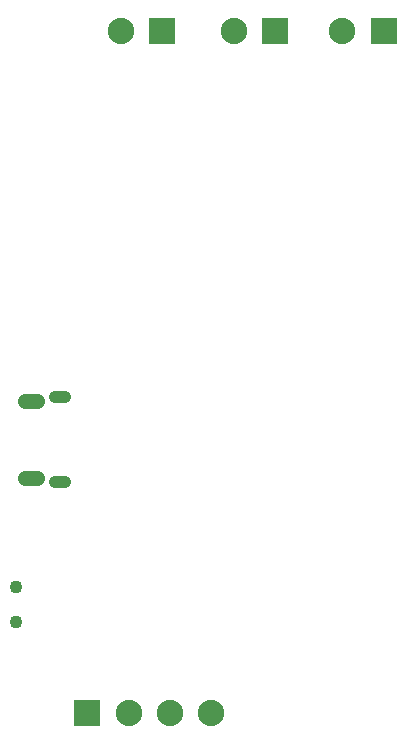
<source format=gbr>
G04 EAGLE Gerber RS-274X export*
G75*
%MOMM*%
%FSLAX34Y34*%
%LPD*%
%INSoldermask Bottom*%
%IPPOS*%
%AMOC8*
5,1,8,0,0,1.08239X$1,22.5*%
G01*
%ADD10R,2.235200X2.235200*%
%ADD11C,2.235200*%
%ADD12C,1.043200*%
%ADD13C,1.268200*%
%ADD14C,1.103200*%


D10*
X-127000Y-288925D03*
D11*
X-92000Y-288925D03*
X-57000Y-288925D03*
X-22000Y-288925D03*
D10*
X-63500Y288925D03*
D11*
X-98500Y288925D03*
D10*
X31750Y288925D03*
D11*
X-3250Y288925D03*
D10*
X123825Y288925D03*
D11*
X88825Y288925D03*
D12*
X-146425Y-21000D02*
X-154825Y-21000D01*
X-154825Y-93300D02*
X-146425Y-93300D01*
D13*
X-169300Y-89700D02*
X-179950Y-89700D01*
X-179950Y-24600D02*
X-169300Y-24600D01*
D14*
X-187325Y-211850D03*
X-187325Y-181850D03*
M02*

</source>
